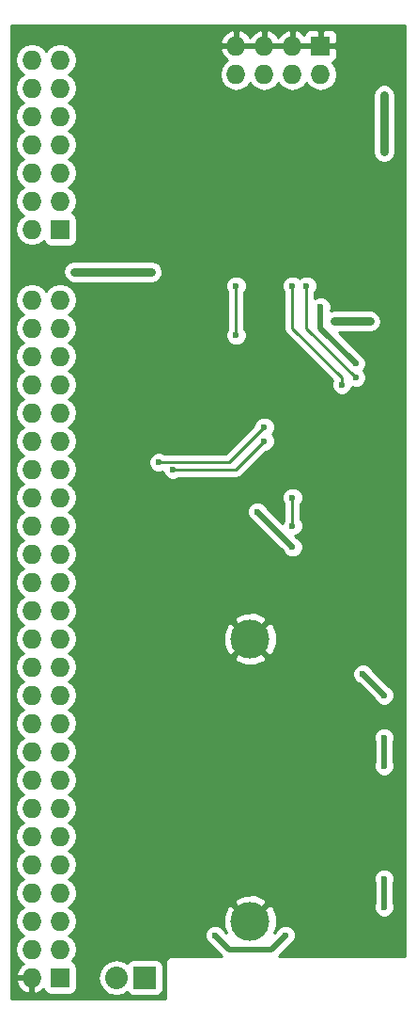
<source format=gbr>
G04 #@! TF.FileFunction,Copper,L2,Bot,Signal*
%FSLAX46Y46*%
G04 Gerber Fmt 4.6, Leading zero omitted, Abs format (unit mm)*
G04 Created by KiCad (PCBNEW 0.201506122246+5743~23~ubuntu14.04.1-product) date Mon 13 Jul 2015 15:09:56 BST*
%MOMM*%
G01*
G04 APERTURE LIST*
%ADD10C,0.100000*%
%ADD11C,3.500000*%
%ADD12R,2.032000X2.032000*%
%ADD13O,2.032000X2.032000*%
%ADD14R,1.727200X1.727200*%
%ADD15O,1.727200X1.727200*%
%ADD16C,0.600000*%
%ADD17C,0.750000*%
%ADD18C,0.250000*%
%ADD19C,0.500000*%
%ADD20C,0.254000*%
G04 APERTURE END LIST*
D10*
D11*
X121285000Y-83820000D03*
D12*
X111760000Y-114300000D03*
D13*
X109220000Y-114300000D03*
D14*
X104140000Y-46990000D03*
D15*
X101600000Y-46990000D03*
X104140000Y-44450000D03*
X101600000Y-44450000D03*
X104140000Y-41910000D03*
X101600000Y-41910000D03*
X104140000Y-39370000D03*
X101600000Y-39370000D03*
X104140000Y-36830000D03*
X101600000Y-36830000D03*
X104140000Y-34290000D03*
X101600000Y-34290000D03*
X104140000Y-31750000D03*
X101600000Y-31750000D03*
D14*
X104140000Y-114300000D03*
D15*
X101600000Y-114300000D03*
X104140000Y-111760000D03*
X101600000Y-111760000D03*
X104140000Y-109220000D03*
X101600000Y-109220000D03*
X104140000Y-106680000D03*
X101600000Y-106680000D03*
X104140000Y-104140000D03*
X101600000Y-104140000D03*
X104140000Y-101600000D03*
X101600000Y-101600000D03*
X104140000Y-99060000D03*
X101600000Y-99060000D03*
X104140000Y-96520000D03*
X101600000Y-96520000D03*
X104140000Y-93980000D03*
X101600000Y-93980000D03*
X104140000Y-91440000D03*
X101600000Y-91440000D03*
X104140000Y-88900000D03*
X101600000Y-88900000D03*
X104140000Y-86360000D03*
X101600000Y-86360000D03*
X104140000Y-83820000D03*
X101600000Y-83820000D03*
X104140000Y-81280000D03*
X101600000Y-81280000D03*
X104140000Y-78740000D03*
X101600000Y-78740000D03*
X104140000Y-76200000D03*
X101600000Y-76200000D03*
X104140000Y-73660000D03*
X101600000Y-73660000D03*
X104140000Y-71120000D03*
X101600000Y-71120000D03*
X104140000Y-68580000D03*
X101600000Y-68580000D03*
X104140000Y-66040000D03*
X101600000Y-66040000D03*
X104140000Y-63500000D03*
X101600000Y-63500000D03*
X104140000Y-60960000D03*
X101600000Y-60960000D03*
X104140000Y-58420000D03*
X101600000Y-58420000D03*
X104140000Y-55880000D03*
X101600000Y-55880000D03*
X104140000Y-53340000D03*
X101600000Y-53340000D03*
D11*
X121285000Y-109220000D03*
D14*
X127635000Y-30480000D03*
D15*
X127635000Y-33020000D03*
X125095000Y-30480000D03*
X125095000Y-33020000D03*
X122555000Y-30480000D03*
X122555000Y-33020000D03*
X120015000Y-30480000D03*
X120015000Y-33020000D03*
D16*
X130810000Y-102870000D03*
X110490000Y-99060000D03*
X110490000Y-91440000D03*
X130810000Y-105410000D03*
X118745000Y-103505000D03*
X121920000Y-102870000D03*
X123190000Y-100965000D03*
X129540000Y-39751000D03*
X118745000Y-52832000D03*
X118745000Y-73025000D03*
X117475000Y-58420000D03*
X117475000Y-38100000D03*
X127635000Y-50800000D03*
X127635000Y-71120000D03*
X127635000Y-62230000D03*
X130810000Y-30480000D03*
X116840000Y-30480000D03*
X132080000Y-55245000D03*
X128905000Y-55245000D03*
X112395000Y-50800000D03*
X105410000Y-50800000D03*
X133350000Y-40005000D03*
X133350000Y-34925000D03*
X120015000Y-56515000D03*
X120015000Y-52070000D03*
X127635000Y-53975000D03*
X130810000Y-59055000D03*
X125095000Y-75565000D03*
X121920000Y-72390000D03*
X118110000Y-110490000D03*
X124460000Y-110490000D03*
X133350000Y-107950000D03*
X133350000Y-105410000D03*
X133350000Y-95250000D03*
X133350000Y-92710000D03*
X133350000Y-88900000D03*
X131445000Y-86995000D03*
X125095000Y-52070000D03*
X129540000Y-60960000D03*
X125095000Y-71120000D03*
X125095000Y-73660000D03*
X130810000Y-60325000D03*
X126365000Y-52070000D03*
X122555000Y-66040000D03*
X114300000Y-68580000D03*
X122555000Y-64770000D03*
X113030000Y-67945000D03*
D17*
X128905000Y-55245000D02*
X132080000Y-55245000D01*
X105410000Y-50800000D02*
X112395000Y-50800000D01*
X133350000Y-40005000D02*
X133350000Y-34925000D01*
D18*
X120015000Y-52070000D02*
X120015000Y-56515000D01*
D19*
X127635000Y-55880000D02*
X127635000Y-53975000D01*
X130810000Y-59055000D02*
X127635000Y-55880000D01*
X121920000Y-72390000D02*
X125095000Y-75565000D01*
X118110000Y-110490000D02*
X119380000Y-111760000D01*
X123190000Y-111760000D02*
X124460000Y-110490000D01*
X119380000Y-111760000D02*
X123190000Y-111760000D01*
X133350000Y-107950000D02*
X133350000Y-105410000D01*
X133350000Y-95250000D02*
X133350000Y-92710000D01*
X133350000Y-88900000D02*
X131445000Y-86995000D01*
D18*
X129540000Y-60325000D02*
X125095000Y-55880000D01*
X125095000Y-55880000D02*
X125095000Y-52070000D01*
X129540000Y-60960000D02*
X129540000Y-60325000D01*
X125095000Y-73025000D02*
X125095000Y-71120000D01*
X125095000Y-73025000D02*
X125095000Y-73660000D01*
X126365000Y-55423186D02*
X126365000Y-55880000D01*
X126365000Y-55880000D02*
X130810000Y-60325000D01*
X126365000Y-52070000D02*
X126365000Y-55423186D01*
X114300000Y-68580000D02*
X120015000Y-68580000D01*
X120015000Y-68580000D02*
X122555000Y-66040000D01*
X122555000Y-64770000D02*
X119380000Y-67945000D01*
X119380000Y-67945000D02*
X113030000Y-67945000D01*
D20*
G36*
X135205000Y-112345000D02*
X135205000Y-112345000D01*
X123856580Y-112345000D01*
X124868834Y-111332745D01*
X124988943Y-111283117D01*
X125252192Y-111020327D01*
X125394838Y-110676799D01*
X125395162Y-110304833D01*
X125253117Y-109961057D01*
X124990327Y-109697808D01*
X124646799Y-109555162D01*
X124274833Y-109554838D01*
X123931057Y-109696883D01*
X123667808Y-109959673D01*
X123617434Y-110080987D01*
X123437496Y-110260925D01*
X123675956Y-109663409D01*
X123663641Y-108714677D01*
X123324271Y-107895364D01*
X122979528Y-107705077D01*
X121464605Y-109220000D01*
X121478748Y-109234143D01*
X121299143Y-109413748D01*
X121285000Y-109399605D01*
X121270858Y-109413748D01*
X121091253Y-109234143D01*
X121105395Y-109220000D01*
X119590472Y-107705077D01*
X119245729Y-107895364D01*
X118894044Y-108776591D01*
X118906359Y-109725323D01*
X119125177Y-110253597D01*
X118952744Y-110081164D01*
X118903117Y-109961057D01*
X118640327Y-109697808D01*
X118296799Y-109555162D01*
X117924833Y-109554838D01*
X117581057Y-109696883D01*
X117317808Y-109959673D01*
X117175162Y-110303201D01*
X117174838Y-110675167D01*
X117316883Y-111018943D01*
X117579673Y-111282192D01*
X117700986Y-111332566D01*
X118713421Y-112345000D01*
X114300000Y-112345000D01*
X114037862Y-112397143D01*
X113815632Y-112545632D01*
X113667143Y-112767862D01*
X113615000Y-113030000D01*
X113615000Y-116155000D01*
X99745000Y-116155000D01*
X99745000Y-114427000D01*
X100266183Y-114427000D01*
X100145042Y-114659026D01*
X100317312Y-115074947D01*
X100711510Y-115506821D01*
X101240973Y-115754968D01*
X101473000Y-115634469D01*
X101473000Y-114427000D01*
X100266183Y-114427000D01*
X99745000Y-114427000D01*
X99745000Y-51841400D01*
X101570641Y-51841400D01*
X100997152Y-51955474D01*
X100510971Y-52280330D01*
X100186115Y-52766511D01*
X100072041Y-53340000D01*
X100186115Y-53913489D01*
X100510971Y-54399670D01*
X100825752Y-54610000D01*
X100510971Y-54820330D01*
X100186115Y-55306511D01*
X100072041Y-55880000D01*
X100186115Y-56453489D01*
X100510971Y-56939670D01*
X100825752Y-57150000D01*
X100510971Y-57360330D01*
X100186115Y-57846511D01*
X100072041Y-58420000D01*
X100186115Y-58993489D01*
X100510971Y-59479670D01*
X100825752Y-59690000D01*
X100510971Y-59900330D01*
X100186115Y-60386511D01*
X100072041Y-60960000D01*
X100186115Y-61533489D01*
X100510971Y-62019670D01*
X100825752Y-62230000D01*
X100510971Y-62440330D01*
X100186115Y-62926511D01*
X100072041Y-63500000D01*
X100186115Y-64073489D01*
X100510971Y-64559670D01*
X100825752Y-64770000D01*
X100510971Y-64980330D01*
X100186115Y-65466511D01*
X100072041Y-66040000D01*
X100186115Y-66613489D01*
X100510971Y-67099670D01*
X100825752Y-67310000D01*
X100510971Y-67520330D01*
X100186115Y-68006511D01*
X100072041Y-68580000D01*
X100186115Y-69153489D01*
X100510971Y-69639670D01*
X100825752Y-69850000D01*
X100510971Y-70060330D01*
X100186115Y-70546511D01*
X100072041Y-71120000D01*
X100186115Y-71693489D01*
X100510971Y-72179670D01*
X100825752Y-72390000D01*
X100510971Y-72600330D01*
X100186115Y-73086511D01*
X100072041Y-73660000D01*
X100186115Y-74233489D01*
X100510971Y-74719670D01*
X100825752Y-74930000D01*
X100510971Y-75140330D01*
X100186115Y-75626511D01*
X100072041Y-76200000D01*
X100186115Y-76773489D01*
X100510971Y-77259670D01*
X100825752Y-77470000D01*
X100510971Y-77680330D01*
X100186115Y-78166511D01*
X100072041Y-78740000D01*
X100186115Y-79313489D01*
X100510971Y-79799670D01*
X100825752Y-80010000D01*
X100510971Y-80220330D01*
X100186115Y-80706511D01*
X100072041Y-81280000D01*
X100186115Y-81853489D01*
X100510971Y-82339670D01*
X100825752Y-82550000D01*
X100510971Y-82760330D01*
X100186115Y-83246511D01*
X100072041Y-83820000D01*
X100186115Y-84393489D01*
X100510971Y-84879670D01*
X100825752Y-85090000D01*
X100510971Y-85300330D01*
X100186115Y-85786511D01*
X100072041Y-86360000D01*
X100186115Y-86933489D01*
X100510971Y-87419670D01*
X100825752Y-87630000D01*
X100510971Y-87840330D01*
X100186115Y-88326511D01*
X100072041Y-88900000D01*
X100186115Y-89473489D01*
X100510971Y-89959670D01*
X100825752Y-90170000D01*
X100510971Y-90380330D01*
X100186115Y-90866511D01*
X100072041Y-91440000D01*
X100186115Y-92013489D01*
X100510971Y-92499670D01*
X100825752Y-92710000D01*
X100510971Y-92920330D01*
X100186115Y-93406511D01*
X100072041Y-93980000D01*
X100186115Y-94553489D01*
X100510971Y-95039670D01*
X100825752Y-95250000D01*
X100510971Y-95460330D01*
X100186115Y-95946511D01*
X100072041Y-96520000D01*
X100186115Y-97093489D01*
X100510971Y-97579670D01*
X100825752Y-97790000D01*
X100510971Y-98000330D01*
X100186115Y-98486511D01*
X100072041Y-99060000D01*
X100186115Y-99633489D01*
X100510971Y-100119670D01*
X100825752Y-100330000D01*
X100510971Y-100540330D01*
X100186115Y-101026511D01*
X100072041Y-101600000D01*
X100186115Y-102173489D01*
X100510971Y-102659670D01*
X100825752Y-102870000D01*
X100510971Y-103080330D01*
X100186115Y-103566511D01*
X100072041Y-104140000D01*
X100186115Y-104713489D01*
X100510971Y-105199670D01*
X100825752Y-105410000D01*
X100510971Y-105620330D01*
X100186115Y-106106511D01*
X100072041Y-106680000D01*
X100186115Y-107253489D01*
X100510971Y-107739670D01*
X100825752Y-107950000D01*
X100510971Y-108160330D01*
X100186115Y-108646511D01*
X100072041Y-109220000D01*
X100186115Y-109793489D01*
X100510971Y-110279670D01*
X100825752Y-110490000D01*
X100510971Y-110700330D01*
X100186115Y-111186511D01*
X100072041Y-111760000D01*
X100186115Y-112333489D01*
X100510971Y-112819670D01*
X100834228Y-113035664D01*
X100711510Y-113093179D01*
X100317312Y-113525053D01*
X100145042Y-113940974D01*
X100266183Y-114173000D01*
X101473000Y-114173000D01*
X101473000Y-114153000D01*
X101727000Y-114153000D01*
X101727000Y-114173000D01*
X101747000Y-114173000D01*
X101747000Y-114427000D01*
X101727000Y-114427000D01*
X101727000Y-115634469D01*
X101959027Y-115754968D01*
X102488490Y-115506821D01*
X102659254Y-115319736D01*
X102675937Y-115405723D01*
X102815727Y-115618527D01*
X103026760Y-115760977D01*
X103276400Y-115811040D01*
X105003600Y-115811040D01*
X105245723Y-115764063D01*
X105458527Y-115624273D01*
X105600977Y-115413240D01*
X105651040Y-115163600D01*
X105651040Y-113436400D01*
X105604063Y-113194277D01*
X105464273Y-112981473D01*
X105253240Y-112839023D01*
X105212340Y-112830821D01*
X105229029Y-112819670D01*
X105351379Y-112636560D01*
X110744000Y-112636560D01*
X110501877Y-112683537D01*
X110289073Y-112823327D01*
X110185843Y-112976257D01*
X109884155Y-112774675D01*
X109252345Y-112649000D01*
X109187655Y-112649000D01*
X108555845Y-112774675D01*
X108020222Y-113132567D01*
X107662330Y-113668190D01*
X107536655Y-114300000D01*
X107662330Y-114931810D01*
X108020222Y-115467433D01*
X108555845Y-115825325D01*
X109187655Y-115951000D01*
X109252345Y-115951000D01*
X109884155Y-115825325D01*
X110186399Y-115623372D01*
X110283327Y-115770927D01*
X110494360Y-115913377D01*
X110744000Y-115963440D01*
X112776000Y-115963440D01*
X113018123Y-115916463D01*
X113230927Y-115776673D01*
X113373377Y-115565640D01*
X113423440Y-115316000D01*
X113423440Y-113284000D01*
X113376463Y-113041877D01*
X113236673Y-112829073D01*
X113025640Y-112686623D01*
X112776000Y-112636560D01*
X110744000Y-112636560D01*
X105351379Y-112636560D01*
X105553885Y-112333489D01*
X105667959Y-111760000D01*
X105553885Y-111186511D01*
X105229029Y-110700330D01*
X104914248Y-110490000D01*
X105229029Y-110279670D01*
X105553885Y-109793489D01*
X105667959Y-109220000D01*
X105553885Y-108646511D01*
X105229029Y-108160330D01*
X104914248Y-107950000D01*
X105229029Y-107739670D01*
X105553885Y-107253489D01*
X105638312Y-106829044D01*
X121728409Y-106829044D01*
X120779677Y-106841359D01*
X119960364Y-107180729D01*
X119770077Y-107525472D01*
X121285000Y-109040395D01*
X122799923Y-107525472D01*
X122609636Y-107180729D01*
X121728409Y-106829044D01*
X105638312Y-106829044D01*
X105667959Y-106680000D01*
X105553885Y-106106511D01*
X105229029Y-105620330D01*
X104914248Y-105410000D01*
X105229029Y-105199670D01*
X105553885Y-104713489D01*
X105601355Y-104474838D01*
X133164833Y-104474838D01*
X132821057Y-104616883D01*
X132557808Y-104879673D01*
X132415162Y-105223201D01*
X132414838Y-105595167D01*
X132465000Y-105716569D01*
X132465000Y-107643178D01*
X132415162Y-107763201D01*
X132414838Y-108135167D01*
X132556883Y-108478943D01*
X132819673Y-108742192D01*
X133163201Y-108884838D01*
X133535167Y-108885162D01*
X133878943Y-108743117D01*
X134142192Y-108480327D01*
X134284838Y-108136799D01*
X134285162Y-107764833D01*
X134235000Y-107643431D01*
X134235000Y-105716822D01*
X134284838Y-105596799D01*
X134285162Y-105224833D01*
X134143117Y-104881057D01*
X133880327Y-104617808D01*
X133536799Y-104475162D01*
X133164833Y-104474838D01*
X105601355Y-104474838D01*
X105667959Y-104140000D01*
X105553885Y-103566511D01*
X105229029Y-103080330D01*
X104914248Y-102870000D01*
X105229029Y-102659670D01*
X105553885Y-102173489D01*
X105667959Y-101600000D01*
X105553885Y-101026511D01*
X105229029Y-100540330D01*
X104914248Y-100330000D01*
X105229029Y-100119670D01*
X105553885Y-99633489D01*
X105667959Y-99060000D01*
X105553885Y-98486511D01*
X105229029Y-98000330D01*
X104914248Y-97790000D01*
X105229029Y-97579670D01*
X105553885Y-97093489D01*
X105667959Y-96520000D01*
X105553885Y-95946511D01*
X105229029Y-95460330D01*
X104914248Y-95250000D01*
X105229029Y-95039670D01*
X105553885Y-94553489D01*
X105667959Y-93980000D01*
X105553885Y-93406511D01*
X105229029Y-92920330D01*
X104914248Y-92710000D01*
X105229029Y-92499670D01*
X105553885Y-92013489D01*
X105601355Y-91774838D01*
X133164833Y-91774838D01*
X132821057Y-91916883D01*
X132557808Y-92179673D01*
X132415162Y-92523201D01*
X132414838Y-92895167D01*
X132465000Y-93016569D01*
X132465000Y-94943178D01*
X132415162Y-95063201D01*
X132414838Y-95435167D01*
X132556883Y-95778943D01*
X132819673Y-96042192D01*
X133163201Y-96184838D01*
X133535167Y-96185162D01*
X133878943Y-96043117D01*
X134142192Y-95780327D01*
X134284838Y-95436799D01*
X134285162Y-95064833D01*
X134235000Y-94943431D01*
X134235000Y-93016822D01*
X134284838Y-92896799D01*
X134285162Y-92524833D01*
X134143117Y-92181057D01*
X133880327Y-91917808D01*
X133536799Y-91775162D01*
X133164833Y-91774838D01*
X105601355Y-91774838D01*
X105667959Y-91440000D01*
X105553885Y-90866511D01*
X105229029Y-90380330D01*
X104914248Y-90170000D01*
X105229029Y-89959670D01*
X105553885Y-89473489D01*
X105667959Y-88900000D01*
X105553885Y-88326511D01*
X105229029Y-87840330D01*
X104914248Y-87630000D01*
X105229029Y-87419670D01*
X105553885Y-86933489D01*
X105667959Y-86360000D01*
X105553885Y-85786511D01*
X105229029Y-85300330D01*
X104914248Y-85090000D01*
X105229029Y-84879670D01*
X105553885Y-84393489D01*
X105667959Y-83820000D01*
X105553885Y-83246511D01*
X105229029Y-82760330D01*
X104914248Y-82550000D01*
X105229029Y-82339670D01*
X105252143Y-82305077D01*
X119590472Y-82305077D01*
X119245729Y-82495364D01*
X118894044Y-83376591D01*
X118906359Y-84325323D01*
X119245729Y-85144636D01*
X119590472Y-85334923D01*
X120925790Y-83999605D01*
X121285000Y-83999605D01*
X119770077Y-85514528D01*
X119960364Y-85859271D01*
X120841591Y-86210956D01*
X121790323Y-86198641D01*
X122125423Y-86059838D01*
X131259833Y-86059838D01*
X130916057Y-86201883D01*
X130652808Y-86464673D01*
X130510162Y-86808201D01*
X130509838Y-87180167D01*
X130651883Y-87523943D01*
X130914673Y-87787192D01*
X131035986Y-87837566D01*
X132507255Y-89308834D01*
X132556883Y-89428943D01*
X132819673Y-89692192D01*
X133163201Y-89834838D01*
X133535167Y-89835162D01*
X133878943Y-89693117D01*
X134142192Y-89430327D01*
X134284838Y-89086799D01*
X134285162Y-88714833D01*
X134143117Y-88371057D01*
X133880327Y-88107808D01*
X133759013Y-88057434D01*
X132287744Y-86586164D01*
X132238117Y-86466057D01*
X131975327Y-86202808D01*
X131631799Y-86060162D01*
X131259833Y-86059838D01*
X122125423Y-86059838D01*
X122609636Y-85859271D01*
X122799923Y-85514528D01*
X121285000Y-83999605D01*
X120925790Y-83999605D01*
X121105395Y-83820000D01*
X119590472Y-82305077D01*
X105252143Y-82305077D01*
X105553885Y-81853489D01*
X105638312Y-81429044D01*
X121728409Y-81429044D01*
X120779677Y-81441359D01*
X119960364Y-81780729D01*
X119770077Y-82125472D01*
X121285000Y-83640395D01*
X122620318Y-82305077D01*
X122979528Y-82305077D01*
X121464605Y-83820000D01*
X122979528Y-85334923D01*
X123324271Y-85144636D01*
X123675956Y-84263409D01*
X123663641Y-83314677D01*
X123324271Y-82495364D01*
X122979528Y-82305077D01*
X122620318Y-82305077D01*
X122799923Y-82125472D01*
X122609636Y-81780729D01*
X121728409Y-81429044D01*
X105638312Y-81429044D01*
X105667959Y-81280000D01*
X105553885Y-80706511D01*
X105229029Y-80220330D01*
X104914248Y-80010000D01*
X105229029Y-79799670D01*
X105553885Y-79313489D01*
X105667959Y-78740000D01*
X105553885Y-78166511D01*
X105229029Y-77680330D01*
X104914248Y-77470000D01*
X105229029Y-77259670D01*
X105553885Y-76773489D01*
X105667959Y-76200000D01*
X105553885Y-75626511D01*
X105229029Y-75140330D01*
X104914248Y-74930000D01*
X105229029Y-74719670D01*
X105553885Y-74233489D01*
X105667959Y-73660000D01*
X105553885Y-73086511D01*
X105229029Y-72600330D01*
X104914248Y-72390000D01*
X105229029Y-72179670D01*
X105553885Y-71693489D01*
X105667959Y-71120000D01*
X105553885Y-70546511D01*
X105312223Y-70184838D01*
X124909833Y-70184838D01*
X124566057Y-70326883D01*
X124302808Y-70589673D01*
X124160162Y-70933201D01*
X124159838Y-71305167D01*
X124301883Y-71648943D01*
X124335000Y-71682118D01*
X124335000Y-73097537D01*
X124302808Y-73129673D01*
X124187924Y-73406344D01*
X122762744Y-71981164D01*
X122713117Y-71861057D01*
X122450327Y-71597808D01*
X122106799Y-71455162D01*
X121734833Y-71454838D01*
X121391057Y-71596883D01*
X121127808Y-71859673D01*
X120985162Y-72203201D01*
X120984838Y-72575167D01*
X121126883Y-72918943D01*
X121389673Y-73182192D01*
X121510986Y-73232566D01*
X124252255Y-75973834D01*
X124301883Y-76093943D01*
X124564673Y-76357192D01*
X124908201Y-76499838D01*
X125280167Y-76500162D01*
X125623943Y-76358117D01*
X125887192Y-76095327D01*
X126029838Y-75751799D01*
X126030162Y-75379833D01*
X125888117Y-75036057D01*
X125625327Y-74772808D01*
X125504013Y-74722434D01*
X125348505Y-74566926D01*
X125623943Y-74453117D01*
X125887192Y-74190327D01*
X126029838Y-73846799D01*
X126030162Y-73474833D01*
X125888117Y-73131057D01*
X125855000Y-73097882D01*
X125855000Y-71682463D01*
X125887192Y-71650327D01*
X126029838Y-71306799D01*
X126030162Y-70934833D01*
X125888117Y-70591057D01*
X125625327Y-70327808D01*
X125281799Y-70185162D01*
X124909833Y-70184838D01*
X105312223Y-70184838D01*
X105229029Y-70060330D01*
X104914248Y-69850000D01*
X105229029Y-69639670D01*
X105553885Y-69153489D01*
X105667959Y-68580000D01*
X105553885Y-68006511D01*
X105229029Y-67520330D01*
X104914248Y-67310000D01*
X105229029Y-67099670D01*
X105553885Y-66613489D01*
X105667959Y-66040000D01*
X105553885Y-65466511D01*
X105229029Y-64980330D01*
X104914248Y-64770000D01*
X105229029Y-64559670D01*
X105553885Y-64073489D01*
X105601355Y-63834838D01*
X122369833Y-63834838D01*
X122026057Y-63976883D01*
X121762808Y-64239673D01*
X121620162Y-64583201D01*
X121620121Y-64630077D01*
X119065198Y-67185000D01*
X113592463Y-67185000D01*
X113560327Y-67152808D01*
X113216799Y-67010162D01*
X112844833Y-67009838D01*
X112501057Y-67151883D01*
X112237808Y-67414673D01*
X112095162Y-67758201D01*
X112094838Y-68130167D01*
X112236883Y-68473943D01*
X112499673Y-68737192D01*
X112843201Y-68879838D01*
X113215167Y-68880162D01*
X113383597Y-68810568D01*
X113506883Y-69108943D01*
X113769673Y-69372192D01*
X114113201Y-69514838D01*
X114485167Y-69515162D01*
X114828943Y-69373117D01*
X114862118Y-69340000D01*
X120015000Y-69340000D01*
X120305839Y-69282148D01*
X120552401Y-69117401D01*
X122694680Y-66975122D01*
X122740167Y-66975162D01*
X123083943Y-66833117D01*
X123347192Y-66570327D01*
X123489838Y-66226799D01*
X123490162Y-65854833D01*
X123348117Y-65511057D01*
X123242290Y-65405046D01*
X123347192Y-65300327D01*
X123489838Y-64956799D01*
X123490162Y-64584833D01*
X123348117Y-64241057D01*
X123085327Y-63977808D01*
X122741799Y-63835162D01*
X122369833Y-63834838D01*
X105601355Y-63834838D01*
X105667959Y-63500000D01*
X105553885Y-62926511D01*
X105229029Y-62440330D01*
X104914248Y-62230000D01*
X105229029Y-62019670D01*
X105553885Y-61533489D01*
X105667959Y-60960000D01*
X105553885Y-60386511D01*
X105229029Y-59900330D01*
X104914248Y-59690000D01*
X105229029Y-59479670D01*
X105553885Y-58993489D01*
X105667959Y-58420000D01*
X105553885Y-57846511D01*
X105229029Y-57360330D01*
X104914248Y-57150000D01*
X105229029Y-56939670D01*
X105553885Y-56453489D01*
X105667959Y-55880000D01*
X105553885Y-55306511D01*
X105229029Y-54820330D01*
X104914248Y-54610000D01*
X105229029Y-54399670D01*
X105553885Y-53913489D01*
X105667959Y-53340000D01*
X105553885Y-52766511D01*
X105229029Y-52280330D01*
X104742848Y-51955474D01*
X104169359Y-51841400D01*
X104110641Y-51841400D01*
X103537152Y-51955474D01*
X103050971Y-52280330D01*
X102870000Y-52551172D01*
X102689029Y-52280330D01*
X102202848Y-51955474D01*
X101629359Y-51841400D01*
X101570641Y-51841400D01*
X99745000Y-51841400D01*
X99745000Y-49790000D01*
X105410000Y-49790000D01*
X105023490Y-49866882D01*
X104695822Y-50085822D01*
X104476882Y-50413490D01*
X104400000Y-50800000D01*
X104476882Y-51186510D01*
X104695822Y-51514178D01*
X105023490Y-51733118D01*
X105410000Y-51810000D01*
X112395000Y-51810000D01*
X112781510Y-51733118D01*
X113109178Y-51514178D01*
X113328118Y-51186510D01*
X113338396Y-51134838D01*
X119829833Y-51134838D01*
X119486057Y-51276883D01*
X119222808Y-51539673D01*
X119080162Y-51883201D01*
X119079838Y-52255167D01*
X119221883Y-52598943D01*
X119255000Y-52632118D01*
X119255000Y-55952537D01*
X119222808Y-55984673D01*
X119080162Y-56328201D01*
X119079838Y-56700167D01*
X119221883Y-57043943D01*
X119484673Y-57307192D01*
X119828201Y-57449838D01*
X120200167Y-57450162D01*
X120543943Y-57308117D01*
X120807192Y-57045327D01*
X120949838Y-56701799D01*
X120950162Y-56329833D01*
X120808117Y-55986057D01*
X120775000Y-55952882D01*
X120775000Y-52632463D01*
X120807192Y-52600327D01*
X120949838Y-52256799D01*
X120950162Y-51884833D01*
X120808117Y-51541057D01*
X120545327Y-51277808D01*
X120201799Y-51135162D01*
X119829833Y-51134838D01*
X124909833Y-51134838D01*
X124566057Y-51276883D01*
X124302808Y-51539673D01*
X124160162Y-51883201D01*
X124159838Y-52255167D01*
X124301883Y-52598943D01*
X124335000Y-52632118D01*
X124335000Y-55880000D01*
X124392852Y-56170839D01*
X124557599Y-56417401D01*
X128695600Y-60555402D01*
X128605162Y-60773201D01*
X128604838Y-61145167D01*
X128746883Y-61488943D01*
X129009673Y-61752192D01*
X129353201Y-61894838D01*
X129725167Y-61895162D01*
X130068943Y-61753117D01*
X130332192Y-61490327D01*
X130456622Y-61190668D01*
X130623201Y-61259838D01*
X130995167Y-61260162D01*
X131338943Y-61118117D01*
X131602192Y-60855327D01*
X131744838Y-60511799D01*
X131745162Y-60139833D01*
X131603117Y-59796057D01*
X131497290Y-59690046D01*
X131602192Y-59585327D01*
X131744838Y-59241799D01*
X131745162Y-58869833D01*
X131603117Y-58526057D01*
X131340327Y-58262808D01*
X131219013Y-58212434D01*
X129261580Y-56255000D01*
X132080000Y-56255000D01*
X132466510Y-56178118D01*
X132794178Y-55959178D01*
X133013118Y-55631510D01*
X133090000Y-55245000D01*
X133013118Y-54858490D01*
X132794178Y-54530822D01*
X132466510Y-54311882D01*
X132080000Y-54235000D01*
X128905000Y-54235000D01*
X128520000Y-54311582D01*
X128520000Y-54281822D01*
X128569838Y-54161799D01*
X128570162Y-53789833D01*
X128428117Y-53446057D01*
X128165327Y-53182808D01*
X127821799Y-53040162D01*
X127449833Y-53039838D01*
X127125000Y-53174056D01*
X127125000Y-52632463D01*
X127157192Y-52600327D01*
X127299838Y-52256799D01*
X127300162Y-51884833D01*
X127158117Y-51541057D01*
X126895327Y-51277808D01*
X126551799Y-51135162D01*
X126179833Y-51134838D01*
X125836057Y-51276883D01*
X125730046Y-51382710D01*
X125625327Y-51277808D01*
X125281799Y-51135162D01*
X124909833Y-51134838D01*
X119829833Y-51134838D01*
X119829833Y-51134838D01*
X113338396Y-51134838D01*
X113405000Y-50800000D01*
X113328118Y-50413490D01*
X113109178Y-50085822D01*
X112781510Y-49866882D01*
X112395000Y-49790000D01*
X105410000Y-49790000D01*
X99745000Y-49790000D01*
X99745000Y-30251400D01*
X101570641Y-30251400D01*
X100997152Y-30365474D01*
X100510971Y-30690330D01*
X100186115Y-31176511D01*
X100072041Y-31750000D01*
X100186115Y-32323489D01*
X100510971Y-32809670D01*
X100825752Y-33020000D01*
X100510971Y-33230330D01*
X100186115Y-33716511D01*
X100072041Y-34290000D01*
X100186115Y-34863489D01*
X100510971Y-35349670D01*
X100825752Y-35560000D01*
X100510971Y-35770330D01*
X100186115Y-36256511D01*
X100072041Y-36830000D01*
X100186115Y-37403489D01*
X100510971Y-37889670D01*
X100825752Y-38100000D01*
X100510971Y-38310330D01*
X100186115Y-38796511D01*
X100072041Y-39370000D01*
X100186115Y-39943489D01*
X100510971Y-40429670D01*
X100825752Y-40640000D01*
X100510971Y-40850330D01*
X100186115Y-41336511D01*
X100072041Y-41910000D01*
X100186115Y-42483489D01*
X100510971Y-42969670D01*
X100825752Y-43180000D01*
X100510971Y-43390330D01*
X100186115Y-43876511D01*
X100072041Y-44450000D01*
X100186115Y-45023489D01*
X100510971Y-45509670D01*
X100825752Y-45720000D01*
X100510971Y-45930330D01*
X100186115Y-46416511D01*
X100072041Y-46990000D01*
X100186115Y-47563489D01*
X100510971Y-48049670D01*
X100997152Y-48374526D01*
X101570641Y-48488600D01*
X101629359Y-48488600D01*
X102202848Y-48374526D01*
X102669530Y-48062699D01*
X102675937Y-48095723D01*
X102815727Y-48308527D01*
X103026760Y-48450977D01*
X103276400Y-48501040D01*
X105003600Y-48501040D01*
X105245723Y-48454063D01*
X105458527Y-48314273D01*
X105600977Y-48103240D01*
X105651040Y-47853600D01*
X105651040Y-46126400D01*
X105604063Y-45884277D01*
X105464273Y-45671473D01*
X105253240Y-45529023D01*
X105212340Y-45520821D01*
X105229029Y-45509670D01*
X105553885Y-45023489D01*
X105667959Y-44450000D01*
X105553885Y-43876511D01*
X105229029Y-43390330D01*
X104914248Y-43180000D01*
X105229029Y-42969670D01*
X105553885Y-42483489D01*
X105667959Y-41910000D01*
X105553885Y-41336511D01*
X105229029Y-40850330D01*
X104914248Y-40640000D01*
X105229029Y-40429670D01*
X105553885Y-39943489D01*
X105667959Y-39370000D01*
X105553885Y-38796511D01*
X105229029Y-38310330D01*
X104914248Y-38100000D01*
X105229029Y-37889670D01*
X105553885Y-37403489D01*
X105667959Y-36830000D01*
X105553885Y-36256511D01*
X105229029Y-35770330D01*
X104914248Y-35560000D01*
X105229029Y-35349670D01*
X105553885Y-34863489D01*
X105667959Y-34290000D01*
X105553885Y-33716511D01*
X105229029Y-33230330D01*
X104914248Y-33020000D01*
X105229029Y-32809670D01*
X105553885Y-32323489D01*
X105667959Y-31750000D01*
X105553885Y-31176511D01*
X105229029Y-30690330D01*
X105104317Y-30607000D01*
X118680531Y-30607000D01*
X118560032Y-30839027D01*
X118808179Y-31368490D01*
X119226161Y-31750008D01*
X118955330Y-31930971D01*
X118630474Y-32417152D01*
X118516400Y-32990641D01*
X118516400Y-33049359D01*
X118630474Y-33622848D01*
X118955330Y-34109029D01*
X119441511Y-34433885D01*
X120015000Y-34547959D01*
X120588489Y-34433885D01*
X121074670Y-34109029D01*
X121285000Y-33794248D01*
X121495330Y-34109029D01*
X121981511Y-34433885D01*
X122555000Y-34547959D01*
X123128489Y-34433885D01*
X123614670Y-34109029D01*
X123825000Y-33794248D01*
X124035330Y-34109029D01*
X124521511Y-34433885D01*
X125095000Y-34547959D01*
X125668489Y-34433885D01*
X126154670Y-34109029D01*
X126365000Y-33794248D01*
X126575330Y-34109029D01*
X127061511Y-34433885D01*
X127635000Y-34547959D01*
X128208489Y-34433885D01*
X128694670Y-34109029D01*
X128824316Y-33915000D01*
X133350000Y-33915000D01*
X132963490Y-33991882D01*
X132635822Y-34210822D01*
X132416882Y-34538490D01*
X132340000Y-34925000D01*
X132340000Y-40005000D01*
X132416882Y-40391510D01*
X132635822Y-40719178D01*
X132963490Y-40938118D01*
X133350000Y-41015000D01*
X133736510Y-40938118D01*
X134064178Y-40719178D01*
X134283118Y-40391510D01*
X134360000Y-40005000D01*
X134360000Y-34925000D01*
X134283118Y-34538490D01*
X134064178Y-34210822D01*
X133736510Y-33991882D01*
X133350000Y-33915000D01*
X128824316Y-33915000D01*
X129019526Y-33622848D01*
X129133600Y-33049359D01*
X129133600Y-32990641D01*
X129019526Y-32417152D01*
X128704474Y-31945644D01*
X128858299Y-31881927D01*
X129036927Y-31703298D01*
X129133600Y-31469909D01*
X129133600Y-30765750D01*
X128974850Y-30607000D01*
X127762000Y-30607000D01*
X127762000Y-30627000D01*
X127508000Y-30627000D01*
X127508000Y-30607000D01*
X125222000Y-30607000D01*
X125222000Y-30627000D01*
X124968000Y-30627000D01*
X124968000Y-30607000D01*
X122682000Y-30607000D01*
X122682000Y-30627000D01*
X122428000Y-30627000D01*
X122428000Y-30607000D01*
X120142000Y-30607000D01*
X120142000Y-30627000D01*
X119888000Y-30627000D01*
X119888000Y-30607000D01*
X118680531Y-30607000D01*
X105104317Y-30607000D01*
X104742848Y-30365474D01*
X104169359Y-30251400D01*
X104110641Y-30251400D01*
X103537152Y-30365474D01*
X103050971Y-30690330D01*
X102870000Y-30961172D01*
X102689029Y-30690330D01*
X102202848Y-30365474D01*
X101629359Y-30251400D01*
X101570641Y-30251400D01*
X99745000Y-30251400D01*
X99745000Y-29025042D01*
X119655974Y-29025042D01*
X119240053Y-29197312D01*
X118808179Y-29591510D01*
X118560032Y-30120973D01*
X118680531Y-30353000D01*
X119888000Y-30353000D01*
X119888000Y-29146183D01*
X119655974Y-29025042D01*
X120374026Y-29025042D01*
X120142000Y-29146183D01*
X120142000Y-30353000D01*
X122428000Y-30353000D01*
X122428000Y-29146183D01*
X122195974Y-29025042D01*
X122914026Y-29025042D01*
X122682000Y-29146183D01*
X122682000Y-30353000D01*
X124968000Y-30353000D01*
X124968000Y-29146183D01*
X124735974Y-29025042D01*
X124320053Y-29197312D01*
X123888179Y-29591510D01*
X123825000Y-29726313D01*
X123761821Y-29591510D01*
X123329947Y-29197312D01*
X122914026Y-29025042D01*
X122195974Y-29025042D01*
X122195974Y-29025042D01*
X121780053Y-29197312D01*
X121348179Y-29591510D01*
X121285000Y-29726313D01*
X121221821Y-29591510D01*
X120789947Y-29197312D01*
X120374026Y-29025042D01*
X119655974Y-29025042D01*
X119655974Y-29025042D01*
X99745000Y-29025042D01*
X99745000Y-28981400D01*
X126645090Y-28981400D01*
X126411701Y-29078073D01*
X126233073Y-29256702D01*
X126151300Y-29454120D01*
X125869947Y-29197312D01*
X125454026Y-29025042D01*
X125222000Y-29146183D01*
X125222000Y-30353000D01*
X127508000Y-30353000D01*
X127508000Y-29140150D01*
X127349250Y-28981400D01*
X127920750Y-28981400D01*
X127762000Y-29140150D01*
X127762000Y-30353000D01*
X128974850Y-30353000D01*
X129133600Y-30194250D01*
X129133600Y-29490091D01*
X129036927Y-29256702D01*
X128858299Y-29078073D01*
X128624910Y-28981400D01*
X127920750Y-28981400D01*
X127349250Y-28981400D01*
X127349250Y-28981400D01*
X126645090Y-28981400D01*
X99745000Y-28981400D01*
X99745000Y-28625000D01*
X135205000Y-28625000D01*
X135205000Y-112345000D01*
X135205000Y-112345000D01*
G37*
X135205000Y-112345000D02*
X135205000Y-112345000D01*
X123856580Y-112345000D01*
X124868834Y-111332745D01*
X124988943Y-111283117D01*
X125252192Y-111020327D01*
X125394838Y-110676799D01*
X125395162Y-110304833D01*
X125253117Y-109961057D01*
X124990327Y-109697808D01*
X124646799Y-109555162D01*
X124274833Y-109554838D01*
X123931057Y-109696883D01*
X123667808Y-109959673D01*
X123617434Y-110080987D01*
X123437496Y-110260925D01*
X123675956Y-109663409D01*
X123663641Y-108714677D01*
X123324271Y-107895364D01*
X122979528Y-107705077D01*
X121464605Y-109220000D01*
X121478748Y-109234143D01*
X121299143Y-109413748D01*
X121285000Y-109399605D01*
X121270858Y-109413748D01*
X121091253Y-109234143D01*
X121105395Y-109220000D01*
X119590472Y-107705077D01*
X119245729Y-107895364D01*
X118894044Y-108776591D01*
X118906359Y-109725323D01*
X119125177Y-110253597D01*
X118952744Y-110081164D01*
X118903117Y-109961057D01*
X118640327Y-109697808D01*
X118296799Y-109555162D01*
X117924833Y-109554838D01*
X117581057Y-109696883D01*
X117317808Y-109959673D01*
X117175162Y-110303201D01*
X117174838Y-110675167D01*
X117316883Y-111018943D01*
X117579673Y-111282192D01*
X117700986Y-111332566D01*
X118713421Y-112345000D01*
X114300000Y-112345000D01*
X114037862Y-112397143D01*
X113815632Y-112545632D01*
X113667143Y-112767862D01*
X113615000Y-113030000D01*
X113615000Y-116155000D01*
X99745000Y-116155000D01*
X99745000Y-114427000D01*
X100266183Y-114427000D01*
X100145042Y-114659026D01*
X100317312Y-115074947D01*
X100711510Y-115506821D01*
X101240973Y-115754968D01*
X101473000Y-115634469D01*
X101473000Y-114427000D01*
X100266183Y-114427000D01*
X99745000Y-114427000D01*
X99745000Y-51841400D01*
X101570641Y-51841400D01*
X100997152Y-51955474D01*
X100510971Y-52280330D01*
X100186115Y-52766511D01*
X100072041Y-53340000D01*
X100186115Y-53913489D01*
X100510971Y-54399670D01*
X100825752Y-54610000D01*
X100510971Y-54820330D01*
X100186115Y-55306511D01*
X100072041Y-55880000D01*
X100186115Y-56453489D01*
X100510971Y-56939670D01*
X100825752Y-57150000D01*
X100510971Y-57360330D01*
X100186115Y-57846511D01*
X100072041Y-58420000D01*
X100186115Y-58993489D01*
X100510971Y-59479670D01*
X100825752Y-59690000D01*
X100510971Y-59900330D01*
X100186115Y-60386511D01*
X100072041Y-60960000D01*
X100186115Y-61533489D01*
X100510971Y-62019670D01*
X100825752Y-62230000D01*
X100510971Y-62440330D01*
X100186115Y-62926511D01*
X100072041Y-63500000D01*
X100186115Y-64073489D01*
X100510971Y-64559670D01*
X100825752Y-64770000D01*
X100510971Y-64980330D01*
X100186115Y-65466511D01*
X100072041Y-66040000D01*
X100186115Y-66613489D01*
X100510971Y-67099670D01*
X100825752Y-67310000D01*
X100510971Y-67520330D01*
X100186115Y-68006511D01*
X100072041Y-68580000D01*
X100186115Y-69153489D01*
X100510971Y-69639670D01*
X100825752Y-69850000D01*
X100510971Y-70060330D01*
X100186115Y-70546511D01*
X100072041Y-71120000D01*
X100186115Y-71693489D01*
X100510971Y-72179670D01*
X100825752Y-72390000D01*
X100510971Y-72600330D01*
X100186115Y-73086511D01*
X100072041Y-73660000D01*
X100186115Y-74233489D01*
X100510971Y-74719670D01*
X100825752Y-74930000D01*
X100510971Y-75140330D01*
X100186115Y-75626511D01*
X100072041Y-76200000D01*
X100186115Y-76773489D01*
X100510971Y-77259670D01*
X100825752Y-77470000D01*
X100510971Y-77680330D01*
X100186115Y-78166511D01*
X100072041Y-78740000D01*
X100186115Y-79313489D01*
X100510971Y-79799670D01*
X100825752Y-80010000D01*
X100510971Y-80220330D01*
X100186115Y-80706511D01*
X100072041Y-81280000D01*
X100186115Y-81853489D01*
X100510971Y-82339670D01*
X100825752Y-82550000D01*
X100510971Y-82760330D01*
X100186115Y-83246511D01*
X100072041Y-83820000D01*
X100186115Y-84393489D01*
X100510971Y-84879670D01*
X100825752Y-85090000D01*
X100510971Y-85300330D01*
X100186115Y-85786511D01*
X100072041Y-86360000D01*
X100186115Y-86933489D01*
X100510971Y-87419670D01*
X100825752Y-87630000D01*
X100510971Y-87840330D01*
X100186115Y-88326511D01*
X100072041Y-88900000D01*
X100186115Y-89473489D01*
X100510971Y-89959670D01*
X100825752Y-90170000D01*
X100510971Y-90380330D01*
X100186115Y-90866511D01*
X100072041Y-91440000D01*
X100186115Y-92013489D01*
X100510971Y-92499670D01*
X100825752Y-92710000D01*
X100510971Y-92920330D01*
X100186115Y-93406511D01*
X100072041Y-93980000D01*
X100186115Y-94553489D01*
X100510971Y-95039670D01*
X100825752Y-95250000D01*
X100510971Y-95460330D01*
X100186115Y-95946511D01*
X100072041Y-96520000D01*
X100186115Y-97093489D01*
X100510971Y-97579670D01*
X100825752Y-97790000D01*
X100510971Y-98000330D01*
X100186115Y-98486511D01*
X100072041Y-99060000D01*
X100186115Y-99633489D01*
X100510971Y-100119670D01*
X100825752Y-100330000D01*
X100510971Y-100540330D01*
X100186115Y-101026511D01*
X100072041Y-101600000D01*
X100186115Y-102173489D01*
X100510971Y-102659670D01*
X100825752Y-102870000D01*
X100510971Y-103080330D01*
X100186115Y-103566511D01*
X100072041Y-104140000D01*
X100186115Y-104713489D01*
X100510971Y-105199670D01*
X100825752Y-105410000D01*
X100510971Y-105620330D01*
X100186115Y-106106511D01*
X100072041Y-106680000D01*
X100186115Y-107253489D01*
X100510971Y-107739670D01*
X100825752Y-107950000D01*
X100510971Y-108160330D01*
X100186115Y-108646511D01*
X100072041Y-109220000D01*
X100186115Y-109793489D01*
X100510971Y-110279670D01*
X100825752Y-110490000D01*
X100510971Y-110700330D01*
X100186115Y-111186511D01*
X100072041Y-111760000D01*
X100186115Y-112333489D01*
X100510971Y-112819670D01*
X100834228Y-113035664D01*
X100711510Y-113093179D01*
X100317312Y-113525053D01*
X100145042Y-113940974D01*
X100266183Y-114173000D01*
X101473000Y-114173000D01*
X101473000Y-114153000D01*
X101727000Y-114153000D01*
X101727000Y-114173000D01*
X101747000Y-114173000D01*
X101747000Y-114427000D01*
X101727000Y-114427000D01*
X101727000Y-115634469D01*
X101959027Y-115754968D01*
X102488490Y-115506821D01*
X102659254Y-115319736D01*
X102675937Y-115405723D01*
X102815727Y-115618527D01*
X103026760Y-115760977D01*
X103276400Y-115811040D01*
X105003600Y-115811040D01*
X105245723Y-115764063D01*
X105458527Y-115624273D01*
X105600977Y-115413240D01*
X105651040Y-115163600D01*
X105651040Y-113436400D01*
X105604063Y-113194277D01*
X105464273Y-112981473D01*
X105253240Y-112839023D01*
X105212340Y-112830821D01*
X105229029Y-112819670D01*
X105351379Y-112636560D01*
X110744000Y-112636560D01*
X110501877Y-112683537D01*
X110289073Y-112823327D01*
X110185843Y-112976257D01*
X109884155Y-112774675D01*
X109252345Y-112649000D01*
X109187655Y-112649000D01*
X108555845Y-112774675D01*
X108020222Y-113132567D01*
X107662330Y-113668190D01*
X107536655Y-114300000D01*
X107662330Y-114931810D01*
X108020222Y-115467433D01*
X108555845Y-115825325D01*
X109187655Y-115951000D01*
X109252345Y-115951000D01*
X109884155Y-115825325D01*
X110186399Y-115623372D01*
X110283327Y-115770927D01*
X110494360Y-115913377D01*
X110744000Y-115963440D01*
X112776000Y-115963440D01*
X113018123Y-115916463D01*
X113230927Y-115776673D01*
X113373377Y-115565640D01*
X113423440Y-115316000D01*
X113423440Y-113284000D01*
X113376463Y-113041877D01*
X113236673Y-112829073D01*
X113025640Y-112686623D01*
X112776000Y-112636560D01*
X110744000Y-112636560D01*
X105351379Y-112636560D01*
X105553885Y-112333489D01*
X105667959Y-111760000D01*
X105553885Y-111186511D01*
X105229029Y-110700330D01*
X104914248Y-110490000D01*
X105229029Y-110279670D01*
X105553885Y-109793489D01*
X105667959Y-109220000D01*
X105553885Y-108646511D01*
X105229029Y-108160330D01*
X104914248Y-107950000D01*
X105229029Y-107739670D01*
X105553885Y-107253489D01*
X105638312Y-106829044D01*
X121728409Y-106829044D01*
X120779677Y-106841359D01*
X119960364Y-107180729D01*
X119770077Y-107525472D01*
X121285000Y-109040395D01*
X122799923Y-107525472D01*
X122609636Y-107180729D01*
X121728409Y-106829044D01*
X105638312Y-106829044D01*
X105667959Y-106680000D01*
X105553885Y-106106511D01*
X105229029Y-105620330D01*
X104914248Y-105410000D01*
X105229029Y-105199670D01*
X105553885Y-104713489D01*
X105601355Y-104474838D01*
X133164833Y-104474838D01*
X132821057Y-104616883D01*
X132557808Y-104879673D01*
X132415162Y-105223201D01*
X132414838Y-105595167D01*
X132465000Y-105716569D01*
X132465000Y-107643178D01*
X132415162Y-107763201D01*
X132414838Y-108135167D01*
X132556883Y-108478943D01*
X132819673Y-108742192D01*
X133163201Y-108884838D01*
X133535167Y-108885162D01*
X133878943Y-108743117D01*
X134142192Y-108480327D01*
X134284838Y-108136799D01*
X134285162Y-107764833D01*
X134235000Y-107643431D01*
X134235000Y-105716822D01*
X134284838Y-105596799D01*
X134285162Y-105224833D01*
X134143117Y-104881057D01*
X133880327Y-104617808D01*
X133536799Y-104475162D01*
X133164833Y-104474838D01*
X105601355Y-104474838D01*
X105667959Y-104140000D01*
X105553885Y-103566511D01*
X105229029Y-103080330D01*
X104914248Y-102870000D01*
X105229029Y-102659670D01*
X105553885Y-102173489D01*
X105667959Y-101600000D01*
X105553885Y-101026511D01*
X105229029Y-100540330D01*
X104914248Y-100330000D01*
X105229029Y-100119670D01*
X105553885Y-99633489D01*
X105667959Y-99060000D01*
X105553885Y-98486511D01*
X105229029Y-98000330D01*
X104914248Y-97790000D01*
X105229029Y-97579670D01*
X105553885Y-97093489D01*
X105667959Y-96520000D01*
X105553885Y-95946511D01*
X105229029Y-95460330D01*
X104914248Y-95250000D01*
X105229029Y-95039670D01*
X105553885Y-94553489D01*
X105667959Y-93980000D01*
X105553885Y-93406511D01*
X105229029Y-92920330D01*
X104914248Y-92710000D01*
X105229029Y-92499670D01*
X105553885Y-92013489D01*
X105601355Y-91774838D01*
X133164833Y-91774838D01*
X132821057Y-91916883D01*
X132557808Y-92179673D01*
X132415162Y-92523201D01*
X132414838Y-92895167D01*
X132465000Y-93016569D01*
X132465000Y-94943178D01*
X132415162Y-95063201D01*
X132414838Y-95435167D01*
X132556883Y-95778943D01*
X132819673Y-96042192D01*
X133163201Y-96184838D01*
X133535167Y-96185162D01*
X133878943Y-96043117D01*
X134142192Y-95780327D01*
X134284838Y-95436799D01*
X134285162Y-95064833D01*
X134235000Y-94943431D01*
X134235000Y-93016822D01*
X134284838Y-92896799D01*
X134285162Y-92524833D01*
X134143117Y-92181057D01*
X133880327Y-91917808D01*
X133536799Y-91775162D01*
X133164833Y-91774838D01*
X105601355Y-91774838D01*
X105667959Y-91440000D01*
X105553885Y-90866511D01*
X105229029Y-90380330D01*
X104914248Y-90170000D01*
X105229029Y-89959670D01*
X105553885Y-89473489D01*
X105667959Y-88900000D01*
X105553885Y-88326511D01*
X105229029Y-87840330D01*
X104914248Y-87630000D01*
X105229029Y-87419670D01*
X105553885Y-86933489D01*
X105667959Y-86360000D01*
X105553885Y-85786511D01*
X105229029Y-85300330D01*
X104914248Y-85090000D01*
X105229029Y-84879670D01*
X105553885Y-84393489D01*
X105667959Y-83820000D01*
X105553885Y-83246511D01*
X105229029Y-82760330D01*
X104914248Y-82550000D01*
X105229029Y-82339670D01*
X105252143Y-82305077D01*
X119590472Y-82305077D01*
X119245729Y-82495364D01*
X118894044Y-83376591D01*
X118906359Y-84325323D01*
X119245729Y-85144636D01*
X119590472Y-85334923D01*
X120925790Y-83999605D01*
X121285000Y-83999605D01*
X119770077Y-85514528D01*
X119960364Y-85859271D01*
X120841591Y-86210956D01*
X121790323Y-86198641D01*
X122125423Y-86059838D01*
X131259833Y-86059838D01*
X130916057Y-86201883D01*
X130652808Y-86464673D01*
X130510162Y-86808201D01*
X130509838Y-87180167D01*
X130651883Y-87523943D01*
X130914673Y-87787192D01*
X131035986Y-87837566D01*
X132507255Y-89308834D01*
X132556883Y-89428943D01*
X132819673Y-89692192D01*
X133163201Y-89834838D01*
X133535167Y-89835162D01*
X133878943Y-89693117D01*
X134142192Y-89430327D01*
X134284838Y-89086799D01*
X134285162Y-88714833D01*
X134143117Y-88371057D01*
X133880327Y-88107808D01*
X133759013Y-88057434D01*
X132287744Y-86586164D01*
X132238117Y-86466057D01*
X131975327Y-86202808D01*
X131631799Y-86060162D01*
X131259833Y-86059838D01*
X122125423Y-86059838D01*
X122609636Y-85859271D01*
X122799923Y-85514528D01*
X121285000Y-83999605D01*
X120925790Y-83999605D01*
X121105395Y-83820000D01*
X119590472Y-82305077D01*
X105252143Y-82305077D01*
X105553885Y-81853489D01*
X105638312Y-81429044D01*
X121728409Y-81429044D01*
X120779677Y-81441359D01*
X119960364Y-81780729D01*
X119770077Y-82125472D01*
X121285000Y-83640395D01*
X122620318Y-82305077D01*
X122979528Y-82305077D01*
X121464605Y-83820000D01*
X122979528Y-85334923D01*
X123324271Y-85144636D01*
X123675956Y-84263409D01*
X123663641Y-83314677D01*
X123324271Y-82495364D01*
X122979528Y-82305077D01*
X122620318Y-82305077D01*
X122799923Y-82125472D01*
X122609636Y-81780729D01*
X121728409Y-81429044D01*
X105638312Y-81429044D01*
X105667959Y-81280000D01*
X105553885Y-80706511D01*
X105229029Y-80220330D01*
X104914248Y-80010000D01*
X105229029Y-79799670D01*
X105553885Y-79313489D01*
X105667959Y-78740000D01*
X105553885Y-78166511D01*
X105229029Y-77680330D01*
X104914248Y-77470000D01*
X105229029Y-77259670D01*
X105553885Y-76773489D01*
X105667959Y-76200000D01*
X105553885Y-75626511D01*
X105229029Y-75140330D01*
X104914248Y-74930000D01*
X105229029Y-74719670D01*
X105553885Y-74233489D01*
X105667959Y-73660000D01*
X105553885Y-73086511D01*
X105229029Y-72600330D01*
X104914248Y-72390000D01*
X105229029Y-72179670D01*
X105553885Y-71693489D01*
X105667959Y-71120000D01*
X105553885Y-70546511D01*
X105312223Y-70184838D01*
X124909833Y-70184838D01*
X124566057Y-70326883D01*
X124302808Y-70589673D01*
X124160162Y-70933201D01*
X124159838Y-71305167D01*
X124301883Y-71648943D01*
X124335000Y-71682118D01*
X124335000Y-73097537D01*
X124302808Y-73129673D01*
X124187924Y-73406344D01*
X122762744Y-71981164D01*
X122713117Y-71861057D01*
X122450327Y-71597808D01*
X122106799Y-71455162D01*
X121734833Y-71454838D01*
X121391057Y-71596883D01*
X121127808Y-71859673D01*
X120985162Y-72203201D01*
X120984838Y-72575167D01*
X121126883Y-72918943D01*
X121389673Y-73182192D01*
X121510986Y-73232566D01*
X124252255Y-75973834D01*
X124301883Y-76093943D01*
X124564673Y-76357192D01*
X124908201Y-76499838D01*
X125280167Y-76500162D01*
X125623943Y-76358117D01*
X125887192Y-76095327D01*
X126029838Y-75751799D01*
X126030162Y-75379833D01*
X125888117Y-75036057D01*
X125625327Y-74772808D01*
X125504013Y-74722434D01*
X125348505Y-74566926D01*
X125623943Y-74453117D01*
X125887192Y-74190327D01*
X126029838Y-73846799D01*
X126030162Y-73474833D01*
X125888117Y-73131057D01*
X125855000Y-73097882D01*
X125855000Y-71682463D01*
X125887192Y-71650327D01*
X126029838Y-71306799D01*
X126030162Y-70934833D01*
X125888117Y-70591057D01*
X125625327Y-70327808D01*
X125281799Y-70185162D01*
X124909833Y-70184838D01*
X105312223Y-70184838D01*
X105229029Y-70060330D01*
X104914248Y-69850000D01*
X105229029Y-69639670D01*
X105553885Y-69153489D01*
X105667959Y-68580000D01*
X105553885Y-68006511D01*
X105229029Y-67520330D01*
X104914248Y-67310000D01*
X105229029Y-67099670D01*
X105553885Y-66613489D01*
X105667959Y-66040000D01*
X105553885Y-65466511D01*
X105229029Y-64980330D01*
X104914248Y-64770000D01*
X105229029Y-64559670D01*
X105553885Y-64073489D01*
X105601355Y-63834838D01*
X122369833Y-63834838D01*
X122026057Y-63976883D01*
X121762808Y-64239673D01*
X121620162Y-64583201D01*
X121620121Y-64630077D01*
X119065198Y-67185000D01*
X113592463Y-67185000D01*
X113560327Y-67152808D01*
X113216799Y-67010162D01*
X112844833Y-67009838D01*
X112501057Y-67151883D01*
X112237808Y-67414673D01*
X112095162Y-67758201D01*
X112094838Y-68130167D01*
X112236883Y-68473943D01*
X112499673Y-68737192D01*
X112843201Y-68879838D01*
X113215167Y-68880162D01*
X113383597Y-68810568D01*
X113506883Y-69108943D01*
X113769673Y-69372192D01*
X114113201Y-69514838D01*
X114485167Y-69515162D01*
X114828943Y-69373117D01*
X114862118Y-69340000D01*
X120015000Y-69340000D01*
X120305839Y-69282148D01*
X120552401Y-69117401D01*
X122694680Y-66975122D01*
X122740167Y-66975162D01*
X123083943Y-66833117D01*
X123347192Y-66570327D01*
X123489838Y-66226799D01*
X123490162Y-65854833D01*
X123348117Y-65511057D01*
X123242290Y-65405046D01*
X123347192Y-65300327D01*
X123489838Y-64956799D01*
X123490162Y-64584833D01*
X123348117Y-64241057D01*
X123085327Y-63977808D01*
X122741799Y-63835162D01*
X122369833Y-63834838D01*
X105601355Y-63834838D01*
X105667959Y-63500000D01*
X105553885Y-62926511D01*
X105229029Y-62440330D01*
X104914248Y-62230000D01*
X105229029Y-62019670D01*
X105553885Y-61533489D01*
X105667959Y-60960000D01*
X105553885Y-60386511D01*
X105229029Y-59900330D01*
X104914248Y-59690000D01*
X105229029Y-59479670D01*
X105553885Y-58993489D01*
X105667959Y-58420000D01*
X105553885Y-57846511D01*
X105229029Y-57360330D01*
X104914248Y-57150000D01*
X105229029Y-56939670D01*
X105553885Y-56453489D01*
X105667959Y-55880000D01*
X105553885Y-55306511D01*
X105229029Y-54820330D01*
X104914248Y-54610000D01*
X105229029Y-54399670D01*
X105553885Y-53913489D01*
X105667959Y-53340000D01*
X105553885Y-52766511D01*
X105229029Y-52280330D01*
X104742848Y-51955474D01*
X104169359Y-51841400D01*
X104110641Y-51841400D01*
X103537152Y-51955474D01*
X103050971Y-52280330D01*
X102870000Y-52551172D01*
X102689029Y-52280330D01*
X102202848Y-51955474D01*
X101629359Y-51841400D01*
X101570641Y-51841400D01*
X99745000Y-51841400D01*
X99745000Y-49790000D01*
X105410000Y-49790000D01*
X105023490Y-49866882D01*
X104695822Y-50085822D01*
X104476882Y-50413490D01*
X104400000Y-50800000D01*
X104476882Y-51186510D01*
X104695822Y-51514178D01*
X105023490Y-51733118D01*
X105410000Y-51810000D01*
X112395000Y-51810000D01*
X112781510Y-51733118D01*
X113109178Y-51514178D01*
X113328118Y-51186510D01*
X113338396Y-51134838D01*
X119829833Y-51134838D01*
X119486057Y-51276883D01*
X119222808Y-51539673D01*
X119080162Y-51883201D01*
X119079838Y-52255167D01*
X119221883Y-52598943D01*
X119255000Y-52632118D01*
X119255000Y-55952537D01*
X119222808Y-55984673D01*
X119080162Y-56328201D01*
X119079838Y-56700167D01*
X119221883Y-57043943D01*
X119484673Y-57307192D01*
X119828201Y-57449838D01*
X120200167Y-57450162D01*
X120543943Y-57308117D01*
X120807192Y-57045327D01*
X120949838Y-56701799D01*
X120950162Y-56329833D01*
X120808117Y-55986057D01*
X120775000Y-55952882D01*
X120775000Y-52632463D01*
X120807192Y-52600327D01*
X120949838Y-52256799D01*
X120950162Y-51884833D01*
X120808117Y-51541057D01*
X120545327Y-51277808D01*
X120201799Y-51135162D01*
X119829833Y-51134838D01*
X124909833Y-51134838D01*
X124566057Y-51276883D01*
X124302808Y-51539673D01*
X124160162Y-51883201D01*
X124159838Y-52255167D01*
X124301883Y-52598943D01*
X124335000Y-52632118D01*
X124335000Y-55880000D01*
X124392852Y-56170839D01*
X124557599Y-56417401D01*
X128695600Y-60555402D01*
X128605162Y-60773201D01*
X128604838Y-61145167D01*
X128746883Y-61488943D01*
X129009673Y-61752192D01*
X129353201Y-61894838D01*
X129725167Y-61895162D01*
X130068943Y-61753117D01*
X130332192Y-61490327D01*
X130456622Y-61190668D01*
X130623201Y-61259838D01*
X130995167Y-61260162D01*
X131338943Y-61118117D01*
X131602192Y-60855327D01*
X131744838Y-60511799D01*
X131745162Y-60139833D01*
X131603117Y-59796057D01*
X131497290Y-59690046D01*
X131602192Y-59585327D01*
X131744838Y-59241799D01*
X131745162Y-58869833D01*
X131603117Y-58526057D01*
X131340327Y-58262808D01*
X131219013Y-58212434D01*
X129261580Y-56255000D01*
X132080000Y-56255000D01*
X132466510Y-56178118D01*
X132794178Y-55959178D01*
X133013118Y-55631510D01*
X133090000Y-55245000D01*
X133013118Y-54858490D01*
X132794178Y-54530822D01*
X132466510Y-54311882D01*
X132080000Y-54235000D01*
X128905000Y-54235000D01*
X128520000Y-54311582D01*
X128520000Y-54281822D01*
X128569838Y-54161799D01*
X128570162Y-53789833D01*
X128428117Y-53446057D01*
X128165327Y-53182808D01*
X127821799Y-53040162D01*
X127449833Y-53039838D01*
X127125000Y-53174056D01*
X127125000Y-52632463D01*
X127157192Y-52600327D01*
X127299838Y-52256799D01*
X127300162Y-51884833D01*
X127158117Y-51541057D01*
X126895327Y-51277808D01*
X126551799Y-51135162D01*
X126179833Y-51134838D01*
X125836057Y-51276883D01*
X125730046Y-51382710D01*
X125625327Y-51277808D01*
X125281799Y-51135162D01*
X124909833Y-51134838D01*
X119829833Y-51134838D01*
X119829833Y-51134838D01*
X113338396Y-51134838D01*
X113405000Y-50800000D01*
X113328118Y-50413490D01*
X113109178Y-50085822D01*
X112781510Y-49866882D01*
X112395000Y-49790000D01*
X105410000Y-49790000D01*
X99745000Y-49790000D01*
X99745000Y-30251400D01*
X101570641Y-30251400D01*
X100997152Y-30365474D01*
X100510971Y-30690330D01*
X100186115Y-31176511D01*
X100072041Y-31750000D01*
X100186115Y-32323489D01*
X100510971Y-32809670D01*
X100825752Y-33020000D01*
X100510971Y-33230330D01*
X100186115Y-33716511D01*
X100072041Y-34290000D01*
X100186115Y-34863489D01*
X100510971Y-35349670D01*
X100825752Y-35560000D01*
X100510971Y-35770330D01*
X100186115Y-36256511D01*
X100072041Y-36830000D01*
X100186115Y-37403489D01*
X100510971Y-37889670D01*
X100825752Y-38100000D01*
X100510971Y-38310330D01*
X100186115Y-38796511D01*
X100072041Y-39370000D01*
X100186115Y-39943489D01*
X100510971Y-40429670D01*
X100825752Y-40640000D01*
X100510971Y-40850330D01*
X100186115Y-41336511D01*
X100072041Y-41910000D01*
X100186115Y-42483489D01*
X100510971Y-42969670D01*
X100825752Y-43180000D01*
X100510971Y-43390330D01*
X100186115Y-43876511D01*
X100072041Y-44450000D01*
X100186115Y-45023489D01*
X100510971Y-45509670D01*
X100825752Y-45720000D01*
X100510971Y-45930330D01*
X100186115Y-46416511D01*
X100072041Y-46990000D01*
X100186115Y-47563489D01*
X100510971Y-48049670D01*
X100997152Y-48374526D01*
X101570641Y-48488600D01*
X101629359Y-48488600D01*
X102202848Y-48374526D01*
X102669530Y-48062699D01*
X102675937Y-48095723D01*
X102815727Y-48308527D01*
X103026760Y-48450977D01*
X103276400Y-48501040D01*
X105003600Y-48501040D01*
X105245723Y-48454063D01*
X105458527Y-48314273D01*
X105600977Y-48103240D01*
X105651040Y-47853600D01*
X105651040Y-46126400D01*
X105604063Y-45884277D01*
X105464273Y-45671473D01*
X105253240Y-45529023D01*
X105212340Y-45520821D01*
X105229029Y-45509670D01*
X105553885Y-45023489D01*
X105667959Y-44450000D01*
X105553885Y-43876511D01*
X105229029Y-43390330D01*
X104914248Y-43180000D01*
X105229029Y-42969670D01*
X105553885Y-42483489D01*
X105667959Y-41910000D01*
X105553885Y-41336511D01*
X105229029Y-40850330D01*
X104914248Y-40640000D01*
X105229029Y-40429670D01*
X105553885Y-39943489D01*
X105667959Y-39370000D01*
X105553885Y-38796511D01*
X105229029Y-38310330D01*
X104914248Y-38100000D01*
X105229029Y-37889670D01*
X105553885Y-37403489D01*
X105667959Y-36830000D01*
X105553885Y-36256511D01*
X105229029Y-35770330D01*
X104914248Y-35560000D01*
X105229029Y-35349670D01*
X105553885Y-34863489D01*
X105667959Y-34290000D01*
X105553885Y-33716511D01*
X105229029Y-33230330D01*
X104914248Y-33020000D01*
X105229029Y-32809670D01*
X105553885Y-32323489D01*
X105667959Y-31750000D01*
X105553885Y-31176511D01*
X105229029Y-30690330D01*
X105104317Y-30607000D01*
X118680531Y-30607000D01*
X118560032Y-30839027D01*
X118808179Y-31368490D01*
X119226161Y-31750008D01*
X118955330Y-31930971D01*
X118630474Y-32417152D01*
X118516400Y-32990641D01*
X118516400Y-33049359D01*
X118630474Y-33622848D01*
X118955330Y-34109029D01*
X119441511Y-34433885D01*
X120015000Y-34547959D01*
X120588489Y-34433885D01*
X121074670Y-34109029D01*
X121285000Y-33794248D01*
X121495330Y-34109029D01*
X121981511Y-34433885D01*
X122555000Y-34547959D01*
X123128489Y-34433885D01*
X123614670Y-34109029D01*
X123825000Y-33794248D01*
X124035330Y-34109029D01*
X124521511Y-34433885D01*
X125095000Y-34547959D01*
X125668489Y-34433885D01*
X126154670Y-34109029D01*
X126365000Y-33794248D01*
X126575330Y-34109029D01*
X127061511Y-34433885D01*
X127635000Y-34547959D01*
X128208489Y-34433885D01*
X128694670Y-34109029D01*
X128824316Y-33915000D01*
X133350000Y-33915000D01*
X132963490Y-33991882D01*
X132635822Y-34210822D01*
X132416882Y-34538490D01*
X132340000Y-34925000D01*
X132340000Y-40005000D01*
X132416882Y-40391510D01*
X132635822Y-40719178D01*
X132963490Y-40938118D01*
X133350000Y-41015000D01*
X133736510Y-40938118D01*
X134064178Y-40719178D01*
X134283118Y-40391510D01*
X134360000Y-40005000D01*
X134360000Y-34925000D01*
X134283118Y-34538490D01*
X134064178Y-34210822D01*
X133736510Y-33991882D01*
X133350000Y-33915000D01*
X128824316Y-33915000D01*
X129019526Y-33622848D01*
X129133600Y-33049359D01*
X129133600Y-32990641D01*
X129019526Y-32417152D01*
X128704474Y-31945644D01*
X128858299Y-31881927D01*
X129036927Y-31703298D01*
X129133600Y-31469909D01*
X129133600Y-30765750D01*
X128974850Y-30607000D01*
X127762000Y-30607000D01*
X127762000Y-30627000D01*
X127508000Y-30627000D01*
X127508000Y-30607000D01*
X125222000Y-30607000D01*
X125222000Y-30627000D01*
X124968000Y-30627000D01*
X124968000Y-30607000D01*
X122682000Y-30607000D01*
X122682000Y-30627000D01*
X122428000Y-30627000D01*
X122428000Y-30607000D01*
X120142000Y-30607000D01*
X120142000Y-30627000D01*
X119888000Y-30627000D01*
X119888000Y-30607000D01*
X118680531Y-30607000D01*
X105104317Y-30607000D01*
X104742848Y-30365474D01*
X104169359Y-30251400D01*
X104110641Y-30251400D01*
X103537152Y-30365474D01*
X103050971Y-30690330D01*
X102870000Y-30961172D01*
X102689029Y-30690330D01*
X102202848Y-30365474D01*
X101629359Y-30251400D01*
X101570641Y-30251400D01*
X99745000Y-30251400D01*
X99745000Y-29025042D01*
X119655974Y-29025042D01*
X119240053Y-29197312D01*
X118808179Y-29591510D01*
X118560032Y-30120973D01*
X118680531Y-30353000D01*
X119888000Y-30353000D01*
X119888000Y-29146183D01*
X119655974Y-29025042D01*
X120374026Y-29025042D01*
X120142000Y-29146183D01*
X120142000Y-30353000D01*
X122428000Y-30353000D01*
X122428000Y-29146183D01*
X122195974Y-29025042D01*
X122914026Y-29025042D01*
X122682000Y-29146183D01*
X122682000Y-30353000D01*
X124968000Y-30353000D01*
X124968000Y-29146183D01*
X124735974Y-29025042D01*
X124320053Y-29197312D01*
X123888179Y-29591510D01*
X123825000Y-29726313D01*
X123761821Y-29591510D01*
X123329947Y-29197312D01*
X122914026Y-29025042D01*
X122195974Y-29025042D01*
X122195974Y-29025042D01*
X121780053Y-29197312D01*
X121348179Y-29591510D01*
X121285000Y-29726313D01*
X121221821Y-29591510D01*
X120789947Y-29197312D01*
X120374026Y-29025042D01*
X119655974Y-29025042D01*
X119655974Y-29025042D01*
X99745000Y-29025042D01*
X99745000Y-28981400D01*
X126645090Y-28981400D01*
X126411701Y-29078073D01*
X126233073Y-29256702D01*
X126151300Y-29454120D01*
X125869947Y-29197312D01*
X125454026Y-29025042D01*
X125222000Y-29146183D01*
X125222000Y-30353000D01*
X127508000Y-30353000D01*
X127508000Y-29140150D01*
X127349250Y-28981400D01*
X127920750Y-28981400D01*
X127762000Y-29140150D01*
X127762000Y-30353000D01*
X128974850Y-30353000D01*
X129133600Y-30194250D01*
X129133600Y-29490091D01*
X129036927Y-29256702D01*
X128858299Y-29078073D01*
X128624910Y-28981400D01*
X127920750Y-28981400D01*
X127349250Y-28981400D01*
X127349250Y-28981400D01*
X126645090Y-28981400D01*
X99745000Y-28981400D01*
X99745000Y-28625000D01*
X135205000Y-28625000D01*
X135205000Y-112345000D01*
M02*

</source>
